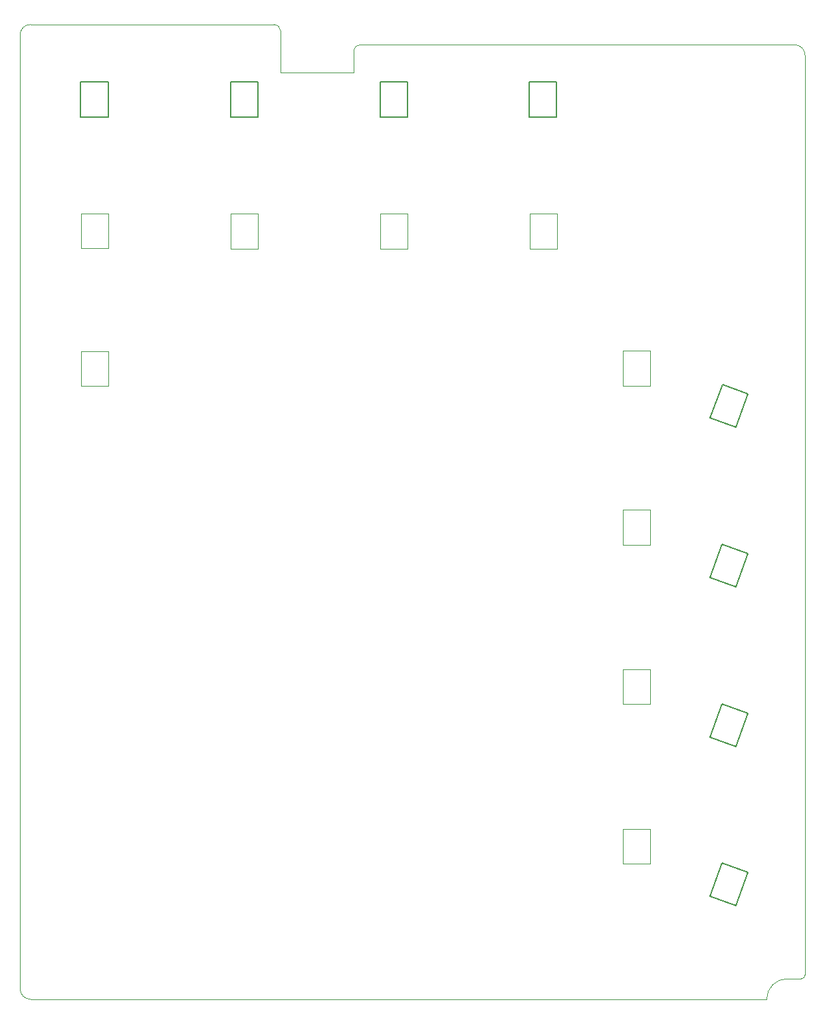
<source format=gm1>
G04 #@! TF.GenerationSoftware,KiCad,Pcbnew,(5.1.5)-3*
G04 #@! TF.CreationDate,2021-03-06T02:31:41+09:00*
G04 #@! TF.ProjectId,Getta25,47657474-6132-4352-9e6b-696361645f70,rev?*
G04 #@! TF.SameCoordinates,Original*
G04 #@! TF.FileFunction,Profile,NP*
%FSLAX46Y46*%
G04 Gerber Fmt 4.6, Leading zero omitted, Abs format (unit mm)*
G04 Created by KiCad (PCBNEW (5.1.5)-3) date 2021-03-06 02:31:41*
%MOMM*%
%LPD*%
G04 APERTURE LIST*
%ADD10C,0.100000*%
%ADD11C,0.150000*%
G04 APERTURE END LIST*
D10*
X125737500Y-131157500D02*
G75*
G02X125250000Y-131650000I-490000J-2500D01*
G01*
X123440000Y-131650000D02*
X125250000Y-131650000D01*
X120840000Y-134250000D02*
G75*
G02X123440000Y-131650000I2600000J0D01*
G01*
X58135000Y-10212500D02*
G75*
G02X58897500Y-11000000I-12500J-775000D01*
G01*
X68250000Y-13575000D02*
G75*
G02X69025000Y-12800000I775000J0D01*
G01*
X58900000Y-16350000D02*
X58900000Y-11000000D01*
X68250000Y-16350000D02*
X58900000Y-16350000D01*
X68250000Y-13575000D02*
X68250000Y-16350000D01*
X124397500Y-12800000D02*
X69025000Y-12800000D01*
X33520000Y-51780000D02*
X33520000Y-56220000D01*
X36970000Y-51780000D02*
X33520000Y-51780000D01*
X36970000Y-56220000D02*
X36970000Y-51780000D01*
X33520000Y-56220000D02*
X36970000Y-56220000D01*
X102520000Y-112580000D02*
X102520000Y-117020000D01*
X105970000Y-112580000D02*
X102520000Y-112580000D01*
X105970000Y-117020000D02*
X105970000Y-112580000D01*
X102520000Y-117020000D02*
X105970000Y-117020000D01*
X102520000Y-92280000D02*
X102520000Y-96720000D01*
X105970000Y-92280000D02*
X102520000Y-92280000D01*
X105970000Y-96720000D02*
X105970000Y-92280000D01*
X102520000Y-96720000D02*
X105970000Y-96720000D01*
X102520000Y-71980000D02*
X102520000Y-76420000D01*
X105970000Y-71980000D02*
X102520000Y-71980000D01*
X105970000Y-76420000D02*
X105970000Y-71980000D01*
X102520000Y-76420000D02*
X105970000Y-76420000D01*
X102520000Y-51730000D02*
X102520000Y-56170000D01*
X105970000Y-51730000D02*
X102520000Y-51730000D01*
X105970000Y-56170000D02*
X105970000Y-51730000D01*
X102520000Y-56170000D02*
X105970000Y-56170000D01*
X90670000Y-34305000D02*
X90670000Y-38745000D01*
X94120000Y-34305000D02*
X90670000Y-34305000D01*
X94120000Y-38745000D02*
X94120000Y-34305000D01*
X90670000Y-38745000D02*
X94120000Y-38745000D01*
X71620000Y-34305000D02*
X71620000Y-38745000D01*
X75070000Y-34305000D02*
X71620000Y-34305000D01*
X75070000Y-38745000D02*
X75070000Y-34305000D01*
X71620000Y-38745000D02*
X75070000Y-38745000D01*
X52570000Y-34305000D02*
X52570000Y-38745000D01*
X56020000Y-34305000D02*
X52570000Y-34305000D01*
X56020000Y-38745000D02*
X56020000Y-34305000D01*
X52570000Y-38745000D02*
X56020000Y-38745000D01*
X36970000Y-34280000D02*
X33520000Y-34280000D01*
X36970000Y-38720000D02*
X36970000Y-34280000D01*
X33520000Y-38720000D02*
X36970000Y-38720000D01*
X33520000Y-34280000D02*
X33520000Y-38720000D01*
X25750000Y-11552500D02*
G75*
G02X27090000Y-10212500I1340000J0D01*
G01*
X27090000Y-134250000D02*
G75*
G02X25750000Y-132910000I0J1340000D01*
G01*
X124397500Y-12800000D02*
G75*
G02X125737500Y-14140000I0J-1340000D01*
G01*
X58135000Y-10212500D02*
X27090000Y-10212500D01*
X125737500Y-131157500D02*
X125737500Y-14140000D01*
X27100000Y-134250000D02*
X120840000Y-134250000D01*
X25750000Y-11552500D02*
X25750000Y-132910000D01*
D11*
X33475000Y-17487500D02*
X33475000Y-21987500D01*
X36975000Y-17487500D02*
X36975000Y-21987500D01*
X33475000Y-17487500D02*
X36975000Y-17487500D01*
X36975000Y-21987500D02*
X33475000Y-21987500D01*
X94100000Y-21987500D02*
X90600000Y-21987500D01*
X90600000Y-17487500D02*
X94100000Y-17487500D01*
X94100000Y-17487500D02*
X94100000Y-21987500D01*
X90600000Y-17487500D02*
X90600000Y-21987500D01*
X71600000Y-17487500D02*
X71600000Y-21987500D01*
X75100000Y-17487500D02*
X75100000Y-21987500D01*
X71600000Y-17487500D02*
X75100000Y-17487500D01*
X75100000Y-21987500D02*
X71600000Y-21987500D01*
X56050000Y-21987500D02*
X52550000Y-21987500D01*
X52550000Y-17487500D02*
X56050000Y-17487500D01*
X56050000Y-17487500D02*
X56050000Y-21987500D01*
X52550000Y-17487500D02*
X52550000Y-21987500D01*
X115180542Y-116939324D02*
X113641452Y-121167941D01*
X118469466Y-118136395D02*
X116930376Y-122365012D01*
X115180542Y-116939324D02*
X118469466Y-118136395D01*
X116930376Y-122365012D02*
X113641452Y-121167941D01*
X116947477Y-61468027D02*
X113658553Y-60270956D01*
X115197643Y-56042339D02*
X118486567Y-57239410D01*
X118486567Y-57239410D02*
X116947477Y-61468027D01*
X115197643Y-56042339D02*
X113658553Y-60270956D01*
X115173702Y-76388117D02*
X113634612Y-80616734D01*
X118462626Y-77585188D02*
X116923536Y-81813805D01*
X115173702Y-76388117D02*
X118462626Y-77585188D01*
X116923536Y-81813805D02*
X113634612Y-80616734D01*
X116920116Y-102113202D02*
X113631192Y-100916131D01*
X115170282Y-96687514D02*
X118459206Y-97884585D01*
X118459206Y-97884585D02*
X116920116Y-102113202D01*
X115170282Y-96687514D02*
X113631192Y-100916131D01*
M02*

</source>
